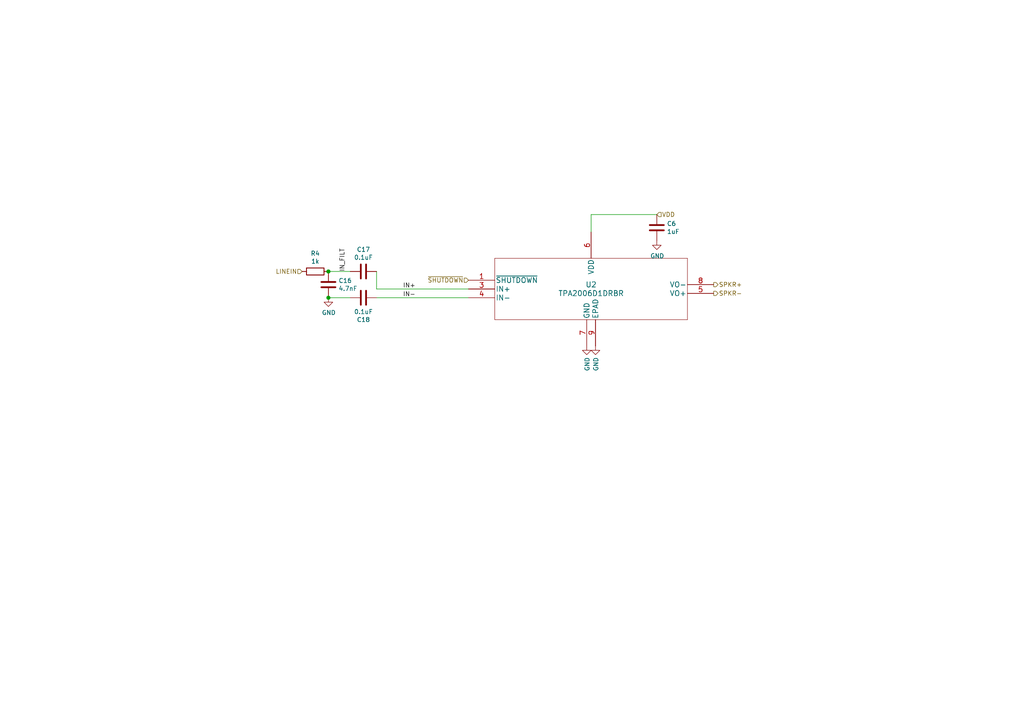
<source format=kicad_sch>
(kicad_sch (version 20230121) (generator eeschema)
  (paper "A4")
  (lib_symbols
    (symbol "Device:C" (pin_numbers hide) (pin_names (offset 0.254))
      (property "Reference" "C" (at 0.635 2.54 0))
      (property "Value" "C" (at 0.635 -2.54 0))
      (symbol "C_0_1"
        (polyline (pts (xy -2.032 -0.762) (xy 2.032 -0.762)) (stroke (width 0.508)))
        (polyline (pts (xy -2.032 0.762) (xy 2.032 0.762)) (stroke (width 0.508)))
      )
      (symbol "C_1_1"
        (pin passive line (at 0 3.81 270) (length 2.794) (name "~") (number "1"))
        (pin passive line (at 0 -3.81 90) (length 2.794) (name "~") (number "2"))
      )
    )
    (symbol "Device:R" (pin_numbers hide) (pin_names (offset 0))
      (property "Reference" "R" (at 2.032 0 90))
      (property "Value" "R" (at 0 0 90))
      (symbol "R_0_1"
        (rectangle (start -1.016 -2.54) (end 1.016 2.54) (stroke (width 0.254)))
      )
      (symbol "R_1_1"
        (pin passive line (at 0 3.81 270) (length 1.27) (name "~") (number "1"))
        (pin passive line (at 0 -3.81 90) (length 1.27) (name "~") (number "2"))
      )
    )
    (symbol "TPA2006D1DRBR:TPA2006D1DRBR" (pin_names (offset 0.254))
      (property "Reference" "U" (at 0 1.27 0))
      (property "Value" "TPA2006D1DRBR" (at 0 -1.27 0))
      (symbol "TPA2006D1DRBR_1_1"
        (polyline (pts (xy -27.94 -8.89) (xy 27.94 -8.89)) (stroke (width 0.127)))
        (polyline (pts (xy -27.94 8.89) (xy -27.94 -8.89)) (stroke (width 0.127)))
        (polyline (pts (xy 27.94 -8.89) (xy 27.94 8.89)) (stroke (width 0.127)))
        (polyline (pts (xy 27.94 8.89) (xy -27.94 8.89)) (stroke (width 0.127)))
        (pin input line (at -35.56 2.54 0) (length 7.62) (name "~{SHUTDOWN}") (number "1"))
        (pin no_connect line (at 12.7 -2.54 90) (length 7.62) hide (name "NC") (number "2"))
        (pin input line (at -35.56 0 0) (length 7.62) (name "IN+") (number "3"))
        (pin input line (at -35.56 -2.54 0) (length 7.62) (name "IN-") (number "4"))
        (pin output line (at 35.56 -1.27 180) (length 7.62) (name "VO+") (number "5"))
        (pin power_in line (at 0 16.51 270) (length 7.62) (name "VDD") (number "6"))
        (pin power_in line (at -1.27 -16.51 90) (length 7.62) (name "GND") (number "7"))
        (pin output line (at 35.56 1.27 180) (length 7.62) (name "VO-") (number "8"))
        (pin passive line (at 1.27 -16.51 90) (length 7.62) (name "EPAD") (number "9"))
      )
    )
    (symbol "power:GND" (power) (pin_names (offset 0))
      (property "Value" "GND" (at 0 -3.81 0))
      (symbol "GND_0_1"
        (polyline (pts (xy 0 0) (xy 0 -1.27) (xy 1.27 -1.27) (xy 0 -2.54) (xy -1.27 -1.27) (xy 0 -1.27)))
      )
      (symbol "GND_1_1"
        (pin power_in line (at 0 0 270) (length 0) hide (name "GND") (number "1"))
      )
    )
  )
  (junction (at 95.25 78.74) (diameter 1.016))
  (junction (at 95.25 86.36) (diameter 1.016))
  (wire (pts (xy 95.25 86.36) (xy 101.6 86.36)))
  (wire (pts (xy 109.22 83.82) (xy 109.22 78.74)))
  (wire (pts (xy 135.89 83.82) (xy 109.22 83.82)))
  (wire (pts (xy 171.45 62.23) (xy 171.45 67.31)))
  (wire (pts (xy 171.45 62.23) (xy 190.5 62.23)))
  (wire (pts (xy 95.25 78.74) (xy 101.6 78.74)))
  (wire (pts (xy 109.22 86.36) (xy 135.89 86.36)))
  (label "IN-" (at 116.84 86.36 0))
  (label "IN_FILT" (at 100.33 78.74 90))
  (label "IN+" (at 116.84 83.82 0))
  (hierarchical_label "VDD" (shape input) (at 190.5 62.23 0))
  (hierarchical_label "SPKR-" (shape output) (at 207.01 85.09 0))
  (hierarchical_label "SPKR+" (shape output) (at 207.01 82.55 0))
  (hierarchical_label "~{SHUTDOWN}" (shape input) (at 135.89 81.28 180))
  (hierarchical_label "LINEIN" (shape input) (at 87.63 78.74 180))
  (symbol (lib_id "power:GND") (at 190.5 69.85 0) (unit 1)
    (property "Reference" "#PWR0118" (effects hide))
    (property "Value" "GND" (at 190.627 74.2442 0))
    (instances (project "pipad" (path "" (reference "#PWR0118") (unit 1)) (path "" (reference "#PWR0110") (unit 1))))
  )
  (symbol (lib_id "Device:C") (at 190.5 66.04 0) (unit 1)
    (property "Reference" "C6" (at 193.421 64.8716 0) (effects (justify left)))
    (property "Value" "1uF" (at 193.421 67.183 0) (effects (justify left)))
    (property "Footprint" "Capacitor_SMD:C_0402_1005Metric" (effects hide))
    (instances (project "pipad" (path "" (reference "C6") (unit 1)) (path "" (reference "C7") (unit 1))))
  )
  (symbol (lib_id "power:GND") (at 170.18 100.33 0) (unit 1)
    (property "Reference" "#PWR0116" (effects hide))
    (property "Value" "GND" (at 170.307 103.5812 90) (effects (justify right)))
    (instances (project "pipad" (path "" (reference "#PWR0116") (unit 1)) (path "" (reference "#PWR0107") (unit 1))))
  )
  (symbol (lib_id "power:GND") (at 172.72 100.33 0) (unit 1)
    (property "Reference" "#PWR0117" (effects hide))
    (property "Value" "GND" (at 172.847 103.5812 90) (effects (justify right)))
    (instances (project "pipad" (path "" (reference "#PWR0117") (unit 1)) (path "" (reference "#PWR0108") (unit 1))))
  )
  (symbol (lib_id "TPA2006D1DRBR:TPA2006D1DRBR") (at 171.45 83.82 0) (unit 1)
    (property "Reference" "U2" (at 171.45 82.55 0) (effects (font (size 1.524 1.524))))
    (property "Value" "TPA2006D1DRBR" (at 171.45 85.09 0) (effects (font (size 1.524 1.524))))
    (property "Footprint" "footprints:TPA2006_PAM8302" (effects hide))
    (property "Datasheet" "${KIPRJMOD}/datasheets/tpa2006d1.pdf" (effects hide))
    (instances (project "pipad" (path "" (reference "U2") (unit 1)) (path "" (reference "U3") (unit 1))))
  )
  (symbol (lib_id "Device:C") (at 105.41 78.74 90) (unit 1)
    (property "Reference" "C17" (at 105.41 72.3708 90))
    (property "Value" "0.1uF" (at 105.41 74.669 90))
    (property "Footprint" "Capacitor_SMD:C_0402_1005Metric" (effects hide))
    (instances (project "pipad" (path "" (reference "C17") (unit 1)) (path "" (reference "C20") (unit 1))))
  )
  (symbol (lib_id "Device:R") (at 91.44 78.74 90) (unit 1)
    (property "Reference" "R4" (at 91.44 73.5138 90))
    (property "Value" "1k" (at 91.44 75.812 90))
    (property "Footprint" "Resistor_SMD:R_0402_1005Metric" (effects hide))
    (instances (project "pipad" (path "" (reference "R4") (unit 1)) (path "" (reference "R5") (unit 1))))
  )
  (symbol (lib_id "Device:C") (at 105.41 86.36 90) (unit 1)
    (property "Reference" "C18" (at 105.41 92.7292 90))
    (property "Value" "0.1uF" (at 105.41 90.43 90))
    (property "Footprint" "Capacitor_SMD:C_0402_1005Metric" (effects hide))
    (instances (project "pipad" (path "" (reference "C18") (unit 1)) (path "" (reference "C21") (unit 1))))
  )
  (symbol (lib_id "Device:C") (at 95.25 82.55 0) (unit 1)
    (property "Reference" "C16" (at 98.1711 81.4006 0) (effects (justify left)))
    (property "Value" "4.7nF" (at 98.171 83.699 0) (effects (justify left)))
    (property "Footprint" "Capacitor_SMD:C_0402_1005Metric" (effects hide))
    (instances (project "pipad" (path "" (reference "C16") (unit 1)) (path "" (reference "C19") (unit 1))))
  )
  (symbol (lib_id "power:GND") (at 95.25 86.36 0) (unit 1)
    (property "Reference" "#PWR0112" (effects hide))
    (property "Value" "GND" (at 95.3643 90.6844 0))
    (instances (project "pipad" (path "" (reference "#PWR0112") (unit 1)) (path "" (reference "#PWR0105") (unit 1))))
  )
)
</source>
